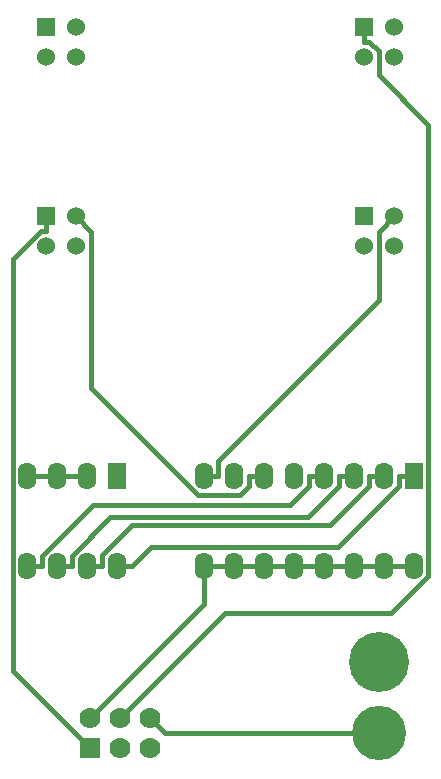
<source format=gbl>
G04 (created by PCBNEW (2013-jul-07)-stable) date Tue 18 Aug 2015 02:40:38 PM PDT*
%MOIN*%
G04 Gerber Fmt 3.4, Leading zero omitted, Abs format*
%FSLAX34Y34*%
G01*
G70*
G90*
G04 APERTURE LIST*
%ADD10C,0.00590551*%
%ADD11R,0.06X0.06*%
%ADD12C,0.06*%
%ADD13R,0.07X0.07*%
%ADD14C,0.07*%
%ADD15C,0.2*%
%ADD16C,0.1811*%
%ADD17R,0.062X0.09*%
%ADD18O,0.062X0.09*%
%ADD19C,0.015*%
G04 APERTURE END LIST*
G54D10*
G54D11*
X21744Y-24500D03*
G54D12*
X22744Y-24500D03*
X21744Y-25500D03*
X22744Y-25500D03*
G54D11*
X21744Y-30799D03*
G54D12*
X22744Y-30799D03*
X21744Y-31799D03*
X22744Y-31799D03*
G54D11*
X32374Y-24500D03*
G54D12*
X33374Y-24500D03*
X32374Y-25500D03*
X33374Y-25500D03*
G54D11*
X32374Y-30799D03*
G54D12*
X33374Y-30799D03*
X32374Y-31799D03*
X33374Y-31799D03*
G54D13*
X23212Y-48531D03*
G54D14*
X23212Y-47531D03*
X24212Y-48531D03*
X24212Y-47531D03*
X25212Y-48531D03*
X25212Y-47531D03*
G54D15*
X32874Y-45669D03*
G54D16*
X32874Y-48031D03*
G54D17*
X34011Y-39444D03*
G54D18*
X33011Y-39444D03*
X32011Y-39444D03*
X31011Y-39444D03*
X30011Y-39444D03*
X29011Y-39444D03*
X28011Y-39444D03*
X27011Y-39444D03*
X27011Y-42444D03*
X28011Y-42444D03*
X29011Y-42444D03*
X30011Y-42444D03*
X31011Y-42444D03*
X32011Y-42444D03*
X33011Y-42444D03*
X34011Y-42444D03*
G54D17*
X24137Y-39444D03*
G54D18*
X23137Y-39444D03*
X22137Y-39444D03*
X21137Y-39444D03*
X21137Y-42444D03*
X22137Y-42444D03*
X23137Y-42444D03*
X24137Y-42444D03*
G54D19*
X34011Y-42444D02*
X33011Y-42444D01*
X33011Y-42444D02*
X32011Y-42444D01*
X32011Y-42444D02*
X31011Y-42444D01*
X31011Y-42444D02*
X30011Y-42444D01*
X30011Y-42444D02*
X29011Y-42444D01*
X29011Y-42444D02*
X28011Y-42444D01*
X28011Y-42444D02*
X27011Y-42444D01*
X27011Y-43732D02*
X23212Y-47531D01*
X27011Y-42444D02*
X27011Y-43732D01*
X23268Y-31324D02*
X22744Y-30799D01*
X23268Y-36534D02*
X23268Y-31324D01*
X26818Y-40083D02*
X23268Y-36534D01*
X28221Y-40083D02*
X26818Y-40083D01*
X28526Y-39778D02*
X28221Y-40083D01*
X28526Y-39444D02*
X28526Y-39778D01*
X29011Y-39444D02*
X28526Y-39444D01*
X27011Y-39444D02*
X27496Y-39444D01*
X27496Y-38959D02*
X27496Y-39444D01*
X32857Y-33599D02*
X27496Y-38959D01*
X32857Y-31315D02*
X32857Y-33599D01*
X33374Y-30799D02*
X32857Y-31315D01*
X21595Y-31274D02*
X21744Y-31274D01*
X20650Y-32218D02*
X21595Y-31274D01*
X20650Y-45969D02*
X20650Y-32218D01*
X23212Y-48531D02*
X20650Y-45969D01*
X21744Y-30799D02*
X21744Y-31274D01*
X32522Y-24975D02*
X32374Y-24975D01*
X32849Y-25301D02*
X32522Y-24975D01*
X32849Y-26095D02*
X32849Y-25301D01*
X34496Y-27743D02*
X32849Y-26095D01*
X34496Y-42792D02*
X34496Y-27743D01*
X33267Y-44022D02*
X34496Y-42792D01*
X27721Y-44022D02*
X33267Y-44022D01*
X24212Y-47531D02*
X27721Y-44022D01*
X32374Y-24500D02*
X32374Y-24975D01*
X21137Y-39444D02*
X22137Y-39444D01*
X22137Y-39444D02*
X23137Y-39444D01*
X33526Y-39778D02*
X33526Y-39444D01*
X31485Y-41819D02*
X33526Y-39778D01*
X25248Y-41819D02*
X31485Y-41819D01*
X24622Y-42444D02*
X25248Y-41819D01*
X24137Y-42444D02*
X24622Y-42444D01*
X34011Y-39444D02*
X33526Y-39444D01*
X33011Y-39444D02*
X32526Y-39444D01*
X23137Y-42444D02*
X23622Y-42444D01*
X32526Y-39778D02*
X32526Y-39444D01*
X31218Y-41086D02*
X32526Y-39778D01*
X24640Y-41086D02*
X31218Y-41086D01*
X23622Y-42103D02*
X24640Y-41086D01*
X23622Y-42444D02*
X23622Y-42103D01*
X22137Y-42444D02*
X22622Y-42444D01*
X32011Y-39444D02*
X31526Y-39444D01*
X31526Y-39785D02*
X31526Y-39444D01*
X30476Y-40836D02*
X31526Y-39785D01*
X23897Y-40836D02*
X30476Y-40836D01*
X22622Y-42111D02*
X23897Y-40836D01*
X22622Y-42444D02*
X22622Y-42111D01*
X30526Y-39785D02*
X30526Y-39444D01*
X29895Y-40416D02*
X30526Y-39785D01*
X23317Y-40416D02*
X29895Y-40416D01*
X21622Y-42111D02*
X23317Y-40416D01*
X21622Y-42444D02*
X21622Y-42111D01*
X21137Y-42444D02*
X21622Y-42444D01*
X31011Y-39444D02*
X30526Y-39444D01*
X25712Y-48031D02*
X25212Y-47531D01*
X32874Y-48031D02*
X25712Y-48031D01*
M02*

</source>
